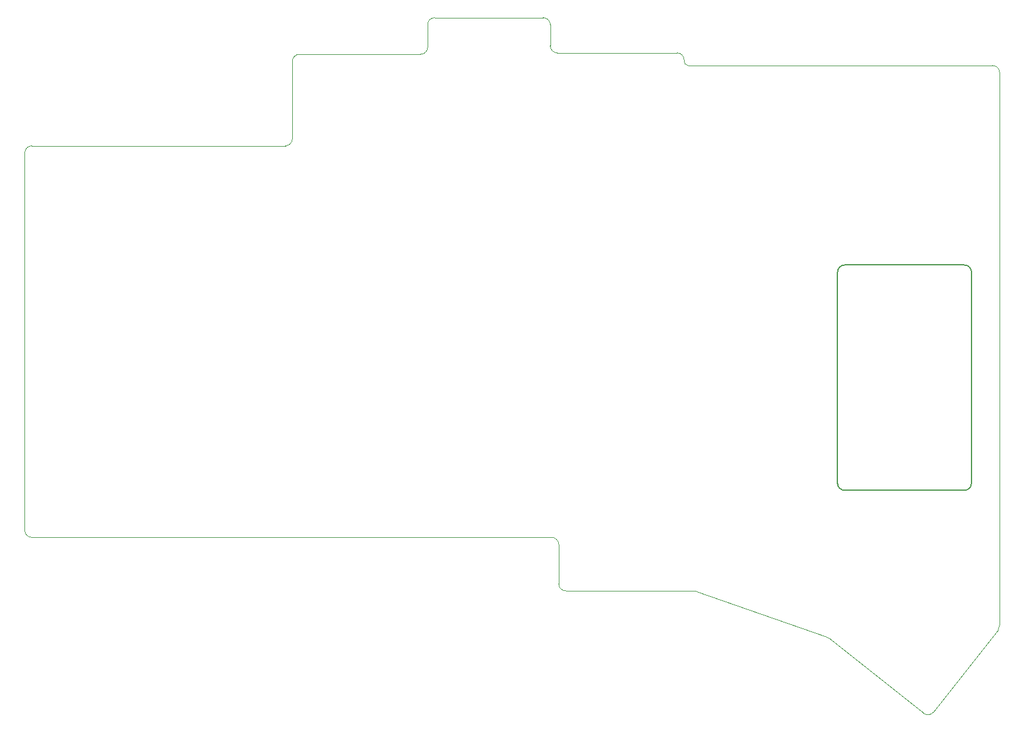
<source format=gm1>
G04 #@! TF.GenerationSoftware,KiCad,Pcbnew,8.0.2-1*
G04 #@! TF.CreationDate,2024-09-12T16:13:46+03:00*
G04 #@! TF.ProjectId,pcb,7063622e-6b69-4636-9164-5f7063625858,rev?*
G04 #@! TF.SameCoordinates,Original*
G04 #@! TF.FileFunction,Profile,NP*
%FSLAX46Y46*%
G04 Gerber Fmt 4.6, Leading zero omitted, Abs format (unit mm)*
G04 Created by KiCad (PCBNEW 8.0.2-1) date 2024-09-12 16:13:46*
%MOMM*%
%LPD*%
G01*
G04 APERTURE LIST*
G04 #@! TA.AperFunction,Profile*
%ADD10C,0.100000*%
G04 #@! TD*
G04 #@! TA.AperFunction,Profile*
%ADD11C,0.200000*%
G04 #@! TD*
G04 APERTURE END LIST*
D10*
X113600000Y-65690970D02*
G75*
G02*
X112600000Y-66691000I-1000000J-30D01*
G01*
X214000000Y-134746655D02*
G75*
G02*
X213788046Y-135362316I-1000000J-45D01*
G01*
X169800000Y-55290970D02*
G75*
G02*
X169200030Y-54690970I0J599970D01*
G01*
X150400000Y-122290970D02*
G75*
G02*
X151400030Y-123290970I0J-1000030D01*
G01*
X76600000Y-122290970D02*
G75*
G02*
X75600030Y-121290970I0J999970D01*
G01*
X113600000Y-54690970D02*
G75*
G02*
X114600000Y-53691000I1000000J-30D01*
G01*
X204619619Y-147097858D02*
G75*
G02*
X203210898Y-147266252I-788019J615658D01*
G01*
X189441909Y-136435470D02*
G75*
G02*
X189731372Y-136594963I-331209J-943530D01*
G01*
X152400000Y-129890970D02*
G75*
G02*
X151400030Y-128890970I0J999970D01*
G01*
X170629567Y-129890970D02*
G75*
G02*
X170960815Y-129947413I33J-1000030D01*
G01*
X213000000Y-55290970D02*
G75*
G02*
X214000030Y-56290970I0J-1000030D01*
G01*
X75600000Y-67690970D02*
G75*
G02*
X76600000Y-66691000I1000000J-30D01*
G01*
X149200000Y-48490970D02*
G75*
G02*
X150200030Y-49490970I0J-1000030D01*
G01*
X132800000Y-52690970D02*
G75*
G02*
X131800000Y-53691000I-1000000J-30D01*
G01*
X132800000Y-49490970D02*
G75*
G02*
X133800000Y-48491000I1000000J-30D01*
G01*
X168200000Y-53490970D02*
G75*
G02*
X169200030Y-54490970I0J-1000030D01*
G01*
X151200000Y-53490970D02*
G75*
G02*
X150200030Y-52490970I0J999970D01*
G01*
X189731367Y-136594969D02*
X203210892Y-147266260D01*
X170960811Y-129947425D02*
X189441909Y-136435470D01*
X152400000Y-129890970D02*
X170629567Y-129890970D01*
X151400000Y-123290970D02*
X151400000Y-128890970D01*
X213788024Y-135362299D02*
X204619619Y-147097858D01*
X112400000Y-122290970D02*
X150400000Y-122290970D01*
X76600000Y-122290970D02*
X112400000Y-122290970D01*
X75600000Y-67690970D02*
X75600000Y-121290970D01*
X112600000Y-66690970D02*
X76600000Y-66690970D01*
X113600000Y-54690970D02*
X113600000Y-65690970D01*
X131800000Y-53690970D02*
X114600000Y-53690970D01*
X132800000Y-49490970D02*
X132800000Y-52690970D01*
X149200000Y-48490970D02*
X133800000Y-48490970D01*
X150200000Y-52490970D02*
X150200000Y-49490970D01*
X168200000Y-53490970D02*
X151200000Y-53490970D01*
X169200000Y-54690970D02*
X169200000Y-54490970D01*
X213000000Y-55290970D02*
X169800000Y-55290970D01*
X214000000Y-134746655D02*
X214000000Y-56290970D01*
D11*
X191000000Y-84615970D02*
G75*
G02*
X192000000Y-83616000I1000000J-30D01*
G01*
X210000000Y-84615972D02*
X210000000Y-114615970D01*
X192000000Y-83615970D02*
X209000000Y-83615972D01*
X192000000Y-115615968D02*
G75*
G02*
X191000032Y-114615968I0J999968D01*
G01*
X209000000Y-83615972D02*
G75*
G02*
X210000028Y-84615972I0J-1000028D01*
G01*
X191000000Y-114615968D02*
X191000000Y-84615970D01*
X208999998Y-115615970D02*
X192000000Y-115615968D01*
X209999998Y-114615970D02*
G75*
G02*
X208999998Y-115615998I-999998J-30D01*
G01*
M02*

</source>
